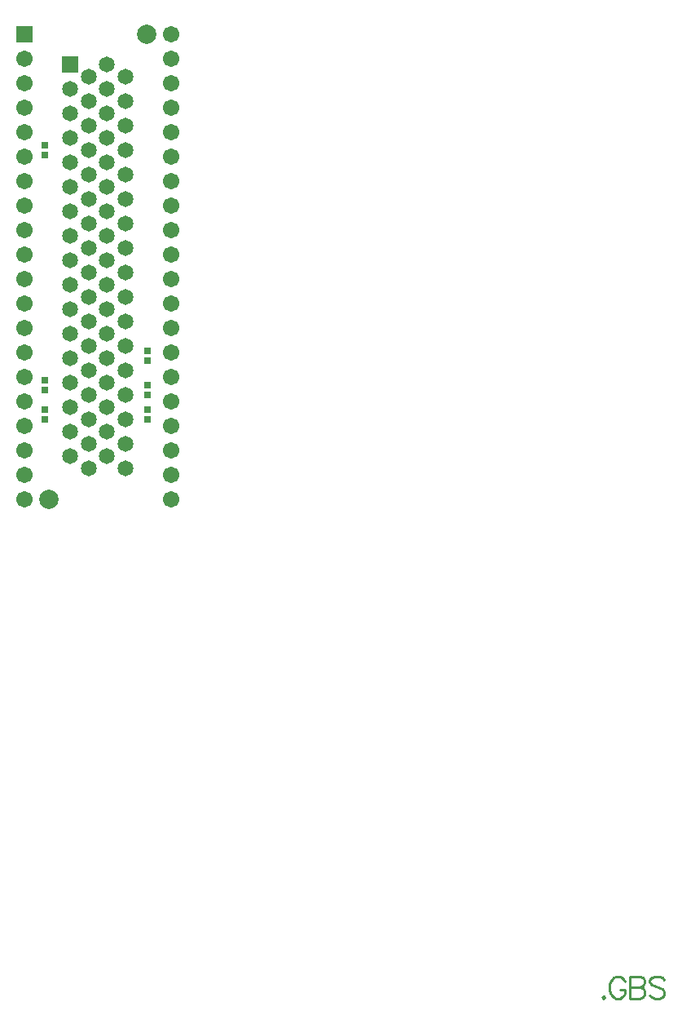
<source format=gbs>
%FSLAX44Y44*%
%MOMM*%
G71*
G01*
G75*
%ADD10C,0.2000*%
%ADD11C,0.4000*%
%ADD12C,0.3300*%
%ADD13C,0.2540*%
%ADD14C,0.2286*%
%ADD15C,1.4500*%
%ADD16R,1.4500X1.4500*%
%ADD17C,1.5000*%
%ADD18R,1.5000X1.5000*%
%ADD19R,0.6000X0.5000*%
%ADD20C,1.0000*%
%ADD21C,0.3000*%
%ADD22C,0.7000*%
%ADD23C,0.1500*%
%ADD24C,0.3500*%
%ADD25C,0.1270*%
%ADD26C,1.6532*%
%ADD27R,1.6532X1.6532*%
%ADD28C,1.7032*%
%ADD29R,1.7032X1.7032*%
%ADD30R,0.8032X0.7032*%
%ADD31C,2.0000*%
D14*
X2872684Y1389144D02*
X2871596Y1388055D01*
X2872684Y1386967D01*
X2873772Y1388055D01*
X2872684Y1389144D01*
X2895104Y1404380D02*
X2894016Y1406557D01*
X2891839Y1408734D01*
X2889662Y1409822D01*
X2885309D01*
X2883132Y1408734D01*
X2880956Y1406557D01*
X2879867Y1404380D01*
X2878779Y1401115D01*
Y1395674D01*
X2879867Y1392409D01*
X2880956Y1390232D01*
X2883132Y1388055D01*
X2885309Y1386967D01*
X2889662D01*
X2891839Y1388055D01*
X2894016Y1390232D01*
X2895104Y1392409D01*
Y1395674D01*
X2889662D02*
X2895104D01*
X2900328Y1409822D02*
Y1386967D01*
Y1409822D02*
X2910123D01*
X2913388Y1408734D01*
X2914476Y1407645D01*
X2915565Y1405469D01*
Y1403292D01*
X2914476Y1401115D01*
X2913388Y1400027D01*
X2910123Y1398939D01*
X2900328D02*
X2910123D01*
X2913388Y1397850D01*
X2914476Y1396762D01*
X2915565Y1394585D01*
Y1391320D01*
X2914476Y1389144D01*
X2913388Y1388055D01*
X2910123Y1386967D01*
X2900328D01*
X2935916Y1406557D02*
X2933740Y1408734D01*
X2930475Y1409822D01*
X2926122D01*
X2922856Y1408734D01*
X2920680Y1406557D01*
Y1404380D01*
X2921768Y1402204D01*
X2922856Y1401115D01*
X2925033Y1400027D01*
X2931563Y1397850D01*
X2933740Y1396762D01*
X2934828Y1395674D01*
X2935916Y1393497D01*
Y1390232D01*
X2933740Y1388055D01*
X2930475Y1386967D01*
X2926122D01*
X2922856Y1388055D01*
X2920680Y1390232D01*
D26*
X2337561Y2343617D02*
D03*
X2318511Y2330917D02*
D03*
X2375661Y2343617D02*
D03*
X2356611Y2330917D02*
D03*
X2337561Y2318217D02*
D03*
X2318511Y2305517D02*
D03*
X2375661Y2318217D02*
D03*
X2356611Y2305517D02*
D03*
X2337561Y2292817D02*
D03*
X2318511Y2280117D02*
D03*
X2375661Y2292817D02*
D03*
X2356611Y2280117D02*
D03*
X2337561Y2267417D02*
D03*
X2318511Y2254717D02*
D03*
X2375661Y2267417D02*
D03*
X2356611Y2254717D02*
D03*
X2337561Y2242017D02*
D03*
X2318511Y2229317D02*
D03*
X2375661Y2242017D02*
D03*
X2356611Y2229317D02*
D03*
X2337561Y2216617D02*
D03*
X2318511Y2203917D02*
D03*
X2375661Y2216617D02*
D03*
X2356611Y2203917D02*
D03*
X2337561Y2191217D02*
D03*
X2318511Y2178517D02*
D03*
X2375661Y2191217D02*
D03*
X2356611Y2178517D02*
D03*
X2337561Y2165817D02*
D03*
X2318511Y2153117D02*
D03*
X2375661Y2165817D02*
D03*
X2356611Y2153117D02*
D03*
X2337561Y2140417D02*
D03*
X2318511Y2127717D02*
D03*
X2375661Y2140417D02*
D03*
X2356611Y2127717D02*
D03*
X2337561Y2115017D02*
D03*
X2318511Y2102317D02*
D03*
X2375661Y2115017D02*
D03*
X2356611Y2102317D02*
D03*
X2337561Y2089617D02*
D03*
X2318511Y2076917D02*
D03*
X2375661Y2089617D02*
D03*
X2356611Y2076917D02*
D03*
X2318511Y2051517D02*
D03*
X2375661Y2064217D02*
D03*
X2356611Y2051517D02*
D03*
X2337561Y2038817D02*
D03*
X2318511Y2026117D02*
D03*
X2375661Y2038817D02*
D03*
X2356611Y2026117D02*
D03*
X2337561Y2013417D02*
D03*
X2318511Y2000717D02*
D03*
X2375661Y2013417D02*
D03*
X2356611Y2000717D02*
D03*
X2337561Y1988017D02*
D03*
X2318511Y1975317D02*
D03*
X2356611D02*
D03*
X2337561Y1962617D02*
D03*
X2318511Y1949917D02*
D03*
X2375661Y1962617D02*
D03*
X2356611Y1949917D02*
D03*
X2337561Y1937217D02*
D03*
X2375661D02*
D03*
X2356611Y2356317D02*
D03*
X2337561Y2064217D02*
D03*
X2375661Y1988017D02*
D03*
D27*
X2318511Y2356317D02*
D03*
D28*
X2423286Y2311527D02*
D03*
Y2387727D02*
D03*
Y2336927D02*
D03*
Y2362327D02*
D03*
Y1981327D02*
D03*
Y1955927D02*
D03*
X2270886D02*
D03*
Y2133727D02*
D03*
X2423286Y2108327D02*
D03*
X2270886Y1930527D02*
D03*
Y1905127D02*
D03*
X2423286D02*
D03*
X2270886Y2032127D02*
D03*
X2423286Y1930527D02*
D03*
X2270886Y2057527D02*
D03*
X2423286Y2032127D02*
D03*
X2270886Y2082927D02*
D03*
X2423286Y2057527D02*
D03*
Y2082927D02*
D03*
X2270886Y2108327D02*
D03*
X2423286Y2133727D02*
D03*
Y2159127D02*
D03*
X2270886D02*
D03*
X2423286Y2184527D02*
D03*
X2270886D02*
D03*
X2423286Y2209927D02*
D03*
X2270886D02*
D03*
X2423286Y2235327D02*
D03*
X2270886D02*
D03*
X2423286Y2260727D02*
D03*
Y2286127D02*
D03*
X2270886D02*
D03*
Y2311527D02*
D03*
Y2336927D02*
D03*
Y2362327D02*
D03*
Y2006727D02*
D03*
Y1981327D02*
D03*
X2423286Y2006727D02*
D03*
X2270886Y2260727D02*
D03*
D29*
Y2387727D02*
D03*
D30*
X2292476Y2261997D02*
D03*
Y2271997D02*
D03*
X2399156Y2048637D02*
D03*
Y2058637D02*
D03*
X2292476Y2028157D02*
D03*
Y1997677D02*
D03*
X2399156D02*
D03*
Y2023077D02*
D03*
Y1987677D02*
D03*
X2292476Y2018157D02*
D03*
Y1987677D02*
D03*
X2399156Y2013077D02*
D03*
D31*
X2397886Y2387727D02*
D03*
X2296286Y1905127D02*
D03*
M02*

</source>
